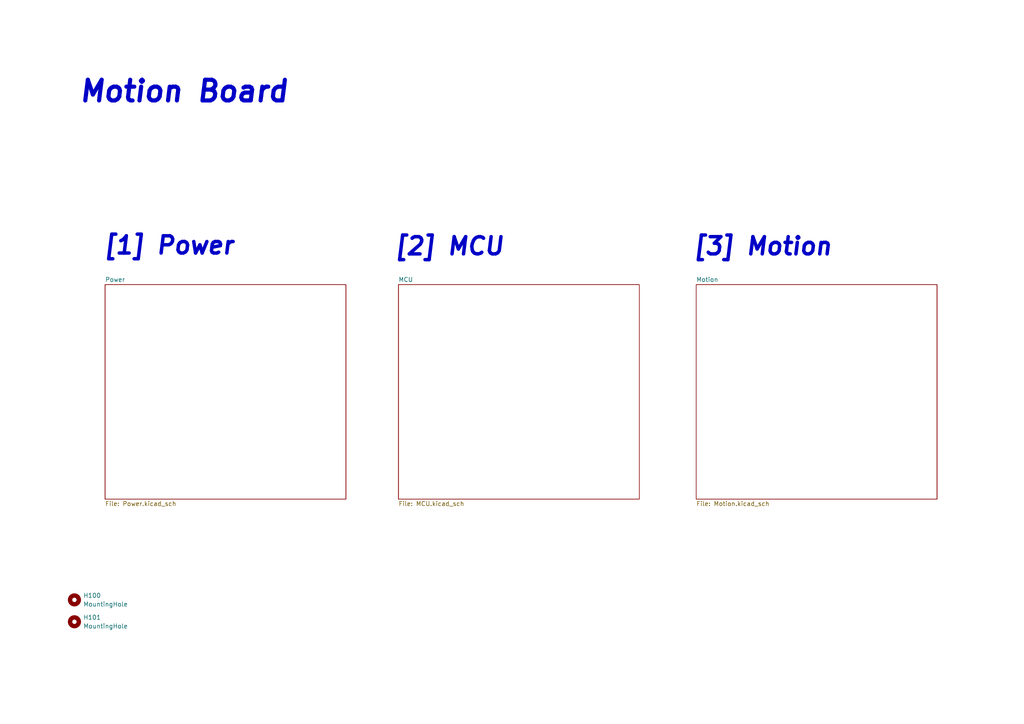
<source format=kicad_sch>
(kicad_sch (version 20231120) (generator "eeschema") (generator_version "8.0")
  (paper "A4")
  (title_block (title "Motion Board") (date "2025-02-02") (rev "C") (company "GlideSense Pro") (comment 1 "Josue Cavazos Jr.") (comment 2 "Andrew Thomas"))
  (lib_symbols
    (symbol "Mechanical:MountingHole" (pin_names (offset 1.016)) (exclude_from_sim yes) (in_bom no)
      (property "Reference" "H" (at 0 5.08 0))
      (property "Value" "MountingHole" (at 0 3.175 0))
      (symbol "MountingHole_0_1"
        (circle (center 0 0) (radius 1.27) (stroke (width 1.27)))
      )
    )
  )
  (text "[2] MCU" (at 130.302 71.628 0) (effects (font (size 5 5) (bold yes) (italic yes))))
  (text "[3] Motion" (at 221.234 71.628 0) (effects (font (size 5 5) (bold yes) (italic yes))))
  (text "Motion Board" (at 53.34 26.67 0) (effects (font (size 6 6) (thickness 1.2) (bold yes) (italic yes))))
  (text "[1] Power" (at 49.022 71.374 0) (effects (font (size 5 5) (bold yes) (italic yes))))
  (symbol (lib_id "Mechanical:MountingHole") (at 21.59 173.99 0) (unit 1) (exclude_from_sim yes) (in_bom no)
    (property "Reference" "H100" (at 24.13 172.7199 0) (effects (justify left)))
    (property "Value" "MountingHole" (at 24.13 175.2599 0) (effects (justify left)))
    (property "Footprint" "MountingHole:MountingHole_2.2mm_M2" (effects (hide yes)))
    (property "Description" "Mounting Hole without connection" (effects (hide yes)))
  )
  (symbol (lib_id "Mechanical:MountingHole") (at 21.59 180.34 0) (unit 1) (exclude_from_sim yes) (in_bom no)
    (property "Reference" "H101" (at 24.13 179.0699 0) (effects (justify left)))
    (property "Value" "MountingHole" (at 24.13 181.6099 0) (effects (justify left)))
    (property "Footprint" "MountingHole:MountingHole_2.2mm_M2" (effects (hide yes)))
    (property "Description" "Mounting Hole without connection" (effects (hide yes)))
  )
  (sheet (at 201.93 82.55) (size 69.85 62.23) (stroke (width 0.1524))
    (property "Sheetname" "Motion" (at 201.93 81.8384 0) (effects (justify left bottom)))
    (property "Sheetfile" "Motion.kicad_sch" (at 201.93 145.3646 0) (effects (justify left top)))
  )
  (sheet (at 30.48 82.55) (size 69.85 62.23) (stroke (width 0.1524))
    (property "Sheetname" "Power" (at 30.48 81.8384 0) (effects (justify left bottom)))
    (property "Sheetfile" "Power.kicad_sch" (at 30.48 145.3646 0) (effects (justify left top)))
  )
  (sheet (at 115.57 82.55) (size 69.85 62.23) (stroke (width 0.1524))
    (property "Sheetname" "MCU" (at 115.57 81.8384 0) (effects (justify left bottom)))
    (property "Sheetfile" "MCU.kicad_sch" (at 115.57 145.3646 0) (effects (justify left top)))
  )
)
</source>
